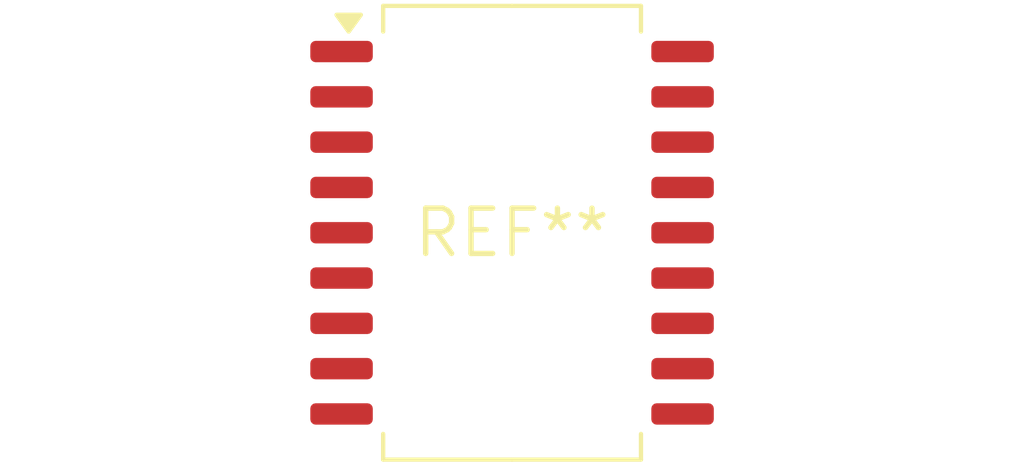
<source format=kicad_pcb>
(kicad_pcb (version 20240108) (generator pcbnew)
  (layers (0 "F.Cu" signal) (31 "B.Cu" signal) (34 "B.Paste" user) (35 "F.Paste" user) (36 "B.SilkS" user "B.Silkscreen") (37 "F.SilkS" user "F.Silkscreen") (38 "B.Mask" user) (39 "F.Mask" user) (44 "Edge.Cuts" user))
  (net 0 "")
  (footprint "SOP-18_7x12.5mm_P1.27mm" (layer "F.Cu") (at 0 0)
    (property "Reference" "REF**")
    (property "Value" "SOP-18_7x12.5mm_P1.27mm")
    (fp_line (start -3.61 -6.36) (end -3.61 -5.64) (layer "F.SilkS") (stroke (width 0.12)))
    (fp_line (start -3.61 6.36) (end -3.61 5.64) (layer "F.SilkS") (stroke (width 0.12)))
    (fp_line (start 0 -6.36) (end -3.61 -6.36) (layer "F.SilkS") (stroke (width 0.12)))
    (fp_line (start 0 -6.36) (end 3.61 -6.36) (layer "F.SilkS") (stroke (width 0.12)))
    (fp_line (start 0 6.36) (end -3.61 6.36) (layer "F.SilkS") (stroke (width 0.12)))
    (fp_line (start 0 6.36) (end 3.61 6.36) (layer "F.SilkS") (stroke (width 0.12)))
    (fp_line (start 3.61 -6.36) (end 3.61 -5.64) (layer "F.SilkS") (stroke (width 0.12)))
    (fp_line (start 3.61 6.36) (end 3.61 5.64) (layer "F.SilkS") (stroke (width 0.12)))
    (fp_poly (pts (xy -4.575 -5.64) (xy -4.915 -6.11) (xy -4.235 -6.11) (xy -4.575 -5.64)) (layer "F.SilkS") (stroke (width 0.12)) (fill solid))
    (pad "1" smd roundrect (at -4.775 -5.08) (size 1.75 0.6) (layers "F.Cu" "F.Paste" "F.Mask"))
    (pad "2" smd roundrect (at -4.775 -3.81) (size 1.75 0.6) (layers "F.Cu" "F.Paste" "F.Mask"))
    (pad "3" smd roundrect (at -4.775 -2.54) (size 1.75 0.6) (layers "F.Cu" "F.Paste" "F.Mask"))
    (pad "4" smd roundrect (at -4.775 -1.27) (size 1.75 0.6) (layers "F.Cu" "F.Paste" "F.Mask"))
    (pad "5" smd roundrect (at -4.775 0) (size 1.75 0.6) (layers "F.Cu" "F.Paste" "F.Mask"))
    (pad "6" smd roundrect (at -4.775 1.27) (size 1.75 0.6) (layers "F.Cu" "F.Paste" "F.Mask"))
    (pad "7" smd roundrect (at -4.775 2.54) (size 1.75 0.6) (layers "F.Cu" "F.Paste" "F.Mask"))
    (pad "8" smd roundrect (at -4.775 3.81) (size 1.75 0.6) (layers "F.Cu" "F.Paste" "F.Mask"))
    (pad "9" smd roundrect (at -4.775 5.08) (size 1.75 0.6) (layers "F.Cu" "F.Paste" "F.Mask"))
    (pad "10" smd roundrect (at 4.775 5.08) (size 1.75 0.6) (layers "F.Cu" "F.Paste" "F.Mask"))
    (pad "11" smd roundrect (at 4.775 3.81) (size 1.75 0.6) (layers "F.Cu" "F.Paste" "F.Mask"))
    (pad "12" smd roundrect (at 4.775 2.54) (size 1.75 0.6) (layers "F.Cu" "F.Paste" "F.Mask"))
    (pad "13" smd roundrect (at 4.775 1.27) (size 1.75 0.6) (layers "F.Cu" "F.Paste" "F.Mask"))
    (pad "14" smd roundrect (at 4.775 0) (size 1.75 0.6) (layers "F.Cu" "F.Paste" "F.Mask"))
    (pad "15" smd roundrect (at 4.775 -1.27) (size 1.75 0.6) (layers "F.Cu" "F.Paste" "F.Mask"))
    (pad "16" smd roundrect (at 4.775 -2.54) (size 1.75 0.6) (layers "F.Cu" "F.Paste" "F.Mask"))
    (pad "17" smd roundrect (at 4.775 -3.81) (size 1.75 0.6) (layers "F.Cu" "F.Paste" "F.Mask"))
    (pad "18" smd roundrect (at 4.775 -5.08) (size 1.75 0.6) (layers "F.Cu" "F.Paste" "F.Mask"))
  )
)
</source>
